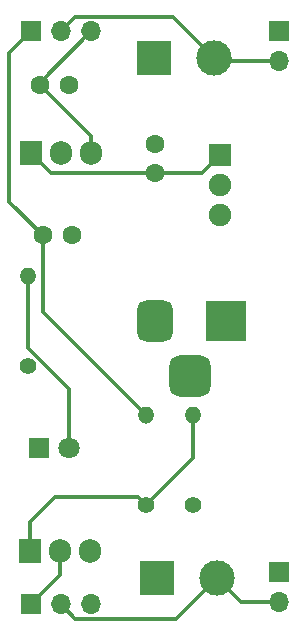
<source format=gbr>
%TF.GenerationSoftware,KiCad,Pcbnew,8.0.9-1.fc41*%
%TF.CreationDate,2025-04-27T16:21:26+02:00*%
%TF.ProjectId,Breadboard-PowerSupply,42726561-6462-46f6-9172-642d506f7765,rev?*%
%TF.SameCoordinates,Original*%
%TF.FileFunction,Copper,L1,Top*%
%TF.FilePolarity,Positive*%
%FSLAX46Y46*%
G04 Gerber Fmt 4.6, Leading zero omitted, Abs format (unit mm)*
G04 Created by KiCad (PCBNEW 8.0.9-1.fc41) date 2025-04-27 16:21:26*
%MOMM*%
%LPD*%
G01*
G04 APERTURE LIST*
G04 Aperture macros list*
%AMRoundRect*
0 Rectangle with rounded corners*
0 $1 Rounding radius*
0 $2 $3 $4 $5 $6 $7 $8 $9 X,Y pos of 4 corners*
0 Add a 4 corners polygon primitive as box body*
4,1,4,$2,$3,$4,$5,$6,$7,$8,$9,$2,$3,0*
0 Add four circle primitives for the rounded corners*
1,1,$1+$1,$2,$3*
1,1,$1+$1,$4,$5*
1,1,$1+$1,$6,$7*
1,1,$1+$1,$8,$9*
0 Add four rect primitives between the rounded corners*
20,1,$1+$1,$2,$3,$4,$5,0*
20,1,$1+$1,$4,$5,$6,$7,0*
20,1,$1+$1,$6,$7,$8,$9,0*
20,1,$1+$1,$8,$9,$2,$3,0*%
G04 Aperture macros list end*
%TA.AperFunction,ComponentPad*%
%ADD10R,3.000000X3.000000*%
%TD*%
%TA.AperFunction,ComponentPad*%
%ADD11C,3.000000*%
%TD*%
%TA.AperFunction,ComponentPad*%
%ADD12C,1.400000*%
%TD*%
%TA.AperFunction,ComponentPad*%
%ADD13O,1.400000X1.400000*%
%TD*%
%TA.AperFunction,ComponentPad*%
%ADD14R,1.700000X1.700000*%
%TD*%
%TA.AperFunction,ComponentPad*%
%ADD15O,1.700000X1.700000*%
%TD*%
%TA.AperFunction,ComponentPad*%
%ADD16R,3.500000X3.500000*%
%TD*%
%TA.AperFunction,ComponentPad*%
%ADD17RoundRect,0.750000X-0.750000X-1.000000X0.750000X-1.000000X0.750000X1.000000X-0.750000X1.000000X0*%
%TD*%
%TA.AperFunction,ComponentPad*%
%ADD18RoundRect,0.875000X-0.875000X-0.875000X0.875000X-0.875000X0.875000X0.875000X-0.875000X0.875000X0*%
%TD*%
%TA.AperFunction,ComponentPad*%
%ADD19C,1.600000*%
%TD*%
%TA.AperFunction,ComponentPad*%
%ADD20R,1.905000X2.000000*%
%TD*%
%TA.AperFunction,ComponentPad*%
%ADD21O,1.905000X2.000000*%
%TD*%
%TA.AperFunction,ComponentPad*%
%ADD22R,1.900000X1.900000*%
%TD*%
%TA.AperFunction,ComponentPad*%
%ADD23C,1.900000*%
%TD*%
%TA.AperFunction,ComponentPad*%
%ADD24R,1.800000X1.800000*%
%TD*%
%TA.AperFunction,ComponentPad*%
%ADD25C,1.800000*%
%TD*%
%TA.AperFunction,Conductor*%
%ADD26C,0.350000*%
%TD*%
G04 APERTURE END LIST*
D10*
%TO.P,J7,1,Pin_1*%
%TO.N,GND*%
X63920000Y-107750000D03*
D11*
%TO.P,J7,2,Pin_2*%
%TO.N,/PWR_OUTPUT*%
X69000000Y-107750000D03*
%TD*%
D12*
%TO.P,R3,1*%
%TO.N,Net-(U2-ADJ)*%
X63000000Y-101620000D03*
D13*
%TO.P,R3,2*%
%TO.N,/3.3V*%
X63000000Y-94000000D03*
%TD*%
D14*
%TO.P,J2,1,Pin_1*%
%TO.N,GND*%
X74250000Y-107250000D03*
D15*
%TO.P,J2,2,Pin_2*%
%TO.N,/PWR_OUTPUT*%
X74250000Y-109790000D03*
%TD*%
D14*
%TO.P,J4,1,Pin_1*%
%TO.N,/3.3V*%
X53250000Y-110000000D03*
D15*
%TO.P,J4,2,Pin_2*%
%TO.N,/PWR_OUTPUT*%
X55790000Y-110000000D03*
%TO.P,J4,3,Pin_3*%
%TO.N,/5V*%
X58330000Y-110000000D03*
%TD*%
D16*
%TO.P,J6,1*%
%TO.N,/PWR_INPUT*%
X69750000Y-86000000D03*
D17*
%TO.P,J6,2*%
%TO.N,GND*%
X63750000Y-86000000D03*
D18*
%TO.P,J6,3*%
X66750000Y-90700000D03*
%TD*%
D19*
%TO.P,C1,1*%
%TO.N,/12V*%
X63750000Y-73500000D03*
%TO.P,C1,2*%
%TO.N,GND*%
X63750000Y-71000000D03*
%TD*%
D20*
%TO.P,U1,1,VI*%
%TO.N,/12V*%
X53250000Y-71750000D03*
D21*
%TO.P,U1,2,GND*%
%TO.N,GND*%
X55790000Y-71750000D03*
%TO.P,U1,3,VO*%
%TO.N,/5V*%
X58330000Y-71750000D03*
%TD*%
D22*
%TO.P,S1,1*%
%TO.N,/12V*%
X69250000Y-72000000D03*
D23*
%TO.P,S1,2*%
%TO.N,/PWR_INPUT*%
X69250000Y-74500000D03*
%TO.P,S1,3*%
%TO.N,unconnected-(S1-Pad3)*%
X69250000Y-77000000D03*
%TD*%
D14*
%TO.P,J1,1,Pin_1*%
%TO.N,GND*%
X74250000Y-61500000D03*
D15*
%TO.P,J1,2,Pin_2*%
%TO.N,/PWR_OUTPUT*%
X74250000Y-64040000D03*
%TD*%
D19*
%TO.P,C3,1*%
%TO.N,/3.3V*%
X54250000Y-78750000D03*
%TO.P,C3,2*%
%TO.N,GND*%
X56750000Y-78750000D03*
%TD*%
D12*
%TO.P,R2,1*%
%TO.N,/12V*%
X53000000Y-89810000D03*
D13*
%TO.P,R2,2*%
%TO.N,Net-(D1-A)*%
X53000000Y-82190000D03*
%TD*%
D12*
%TO.P,R1,1*%
%TO.N,GND*%
X67000000Y-101620000D03*
D13*
%TO.P,R1,2*%
%TO.N,Net-(U2-ADJ)*%
X67000000Y-94000000D03*
%TD*%
D10*
%TO.P,J5,1,Pin_1*%
%TO.N,GND*%
X63670000Y-63750000D03*
D11*
%TO.P,J5,2,Pin_2*%
%TO.N,/PWR_OUTPUT*%
X68750000Y-63750000D03*
%TD*%
D19*
%TO.P,C2,1*%
%TO.N,/5V*%
X54000000Y-66000000D03*
%TO.P,C2,2*%
%TO.N,GND*%
X56500000Y-66000000D03*
%TD*%
D14*
%TO.P,J3,1,Pin_1*%
%TO.N,/3.3V*%
X53250000Y-61500000D03*
D15*
%TO.P,J3,2,Pin_2*%
%TO.N,/PWR_OUTPUT*%
X55790000Y-61500000D03*
%TO.P,J3,3,Pin_3*%
%TO.N,/5V*%
X58330000Y-61500000D03*
%TD*%
D24*
%TO.P,D1,1,K*%
%TO.N,GND*%
X53960000Y-96750000D03*
D25*
%TO.P,D1,2,A*%
%TO.N,Net-(D1-A)*%
X56500000Y-96750000D03*
%TD*%
D20*
%TO.P,U2,1,ADJ*%
%TO.N,Net-(U2-ADJ)*%
X53210000Y-105445000D03*
D21*
%TO.P,U2,2,VO*%
%TO.N,/3.3V*%
X55750000Y-105445000D03*
%TO.P,U2,3,VI*%
%TO.N,/12V*%
X58290000Y-105445000D03*
%TD*%
D26*
%TO.N,/12V*%
X63750000Y-73500000D02*
X67750000Y-73500000D01*
X53250000Y-71750000D02*
X55000000Y-73500000D01*
X55000000Y-73500000D02*
X63750000Y-73500000D01*
X67750000Y-73500000D02*
X69250000Y-72000000D01*
%TO.N,/5V*%
X58330000Y-70330000D02*
X54000000Y-66000000D01*
X54000000Y-65830000D02*
X54000000Y-66000000D01*
X58330000Y-71750000D02*
X58330000Y-70330000D01*
X58330000Y-61500000D02*
X54000000Y-65830000D01*
%TO.N,/3.3V*%
X63000000Y-94593123D02*
X63000000Y-93440000D01*
X54250000Y-78750000D02*
X54250000Y-85250000D01*
X55750000Y-107500000D02*
X53250000Y-110000000D01*
X51422500Y-63327500D02*
X53250000Y-61500000D01*
X54250000Y-85250000D02*
X63000000Y-94000000D01*
X51422500Y-75922500D02*
X51422500Y-63327500D01*
X55750000Y-105445000D02*
X55750000Y-107500000D01*
X54250000Y-78750000D02*
X51422500Y-75922500D01*
%TO.N,Net-(D1-A)*%
X56500000Y-91789720D02*
X56500000Y-96750000D01*
X53000000Y-82190000D02*
X53000000Y-88289720D01*
X53000000Y-88289720D02*
X56500000Y-91789720D01*
%TO.N,/PWR_OUTPUT*%
X69000000Y-107750000D02*
X71040000Y-109790000D01*
X65525000Y-111225000D02*
X57015000Y-111225000D01*
X57015000Y-60275000D02*
X55790000Y-61500000D01*
X68750000Y-63750000D02*
X65275000Y-60275000D01*
X74000000Y-64040000D02*
X69040000Y-64040000D01*
X65275000Y-60275000D02*
X57015000Y-60275000D01*
X57015000Y-111225000D02*
X55790000Y-110000000D01*
X69000000Y-107750000D02*
X65525000Y-111225000D01*
X69040000Y-64040000D02*
X68750000Y-63750000D01*
X71040000Y-109790000D02*
X74250000Y-109790000D01*
%TO.N,Net-(U2-ADJ)*%
X63000000Y-101620000D02*
X67000000Y-97620000D01*
X67000000Y-97620000D02*
X67000000Y-94000000D01*
X62300000Y-100920000D02*
X55330000Y-100920000D01*
X53210000Y-103040000D02*
X53210000Y-105445000D01*
X63000000Y-101620000D02*
X62300000Y-100920000D01*
X55330000Y-100920000D02*
X53210000Y-103040000D01*
%TD*%
M02*

</source>
